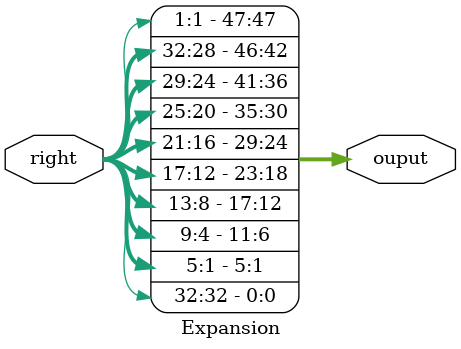
<source format=v>
`timescale 1ns / 1ps
module Expansion(
     right,
     ouput
    );
	 
	 input [32:1] right;
    output reg [48:1] ouput;
	 
	 
	 wire [32:1] right;
	 
	 always @ (right)
	 begin
	 
	                      ouput[1]<= right[32];
								 ouput[2]<= right[1];
								 ouput[3]<= right[2];
								 ouput[4]<= right[3];
								 ouput[5]<= right[4];
								 ouput[6]<= right[5];
								 ouput[7]<= right[4];
								 ouput[8]<= right[5];
								 ouput[9]<= right[6];
								 ouput[10]<= right[7];
								 
								 ouput[11]<= right[8];
								 ouput[12]<= right[9];
								 ouput[13]<= right[8];
								 ouput[14]<= right[9];
								 ouput[15]<= right[10];
								 ouput[16]<= right[11];
								 ouput[17]<= right[12];
								 ouput[18]<= right[13];
								 ouput[19]<= right[12];
								 ouput[20]<= right[13];
								 
								 ouput[21]<= right[14];
								 ouput[22]<= right[15];
								 ouput[23]<= right[16];
								 ouput[24]<= right[17];
								 ouput[25]<= right[16];
								 ouput[26]<= right[17];
								 ouput[27]<= right[18];
								 ouput[28]<= right[19];
								 ouput[29]<= right[20];
								 ouput[30]<= right[21];
								 
								 ouput[31]<= right[20];
								 ouput[32]<= right[21];
								 ouput[33]<= right[22];
								 ouput[34]<= right[23];
								 ouput[35]<= right[24];
								 ouput[36]<= right[25];
								 ouput[37]<= right[24];
								 ouput[38]<= right[25];
								 ouput[39]<= right[26];
								 ouput[40]<= right[27];
								 
								 ouput[41]<= right[28];
								 ouput[42]<= right[29];
								 ouput[43]<= right[28];
								 ouput[44]<= right[29];
								 ouput[45]<= right[30];
								 ouput[46]<= right[31];
								 ouput[47]<= right[32];
								 ouput[48]<= right[1];
	 
	 
	 
	 
	 
	 end
	 
	 


endmodule

</source>
